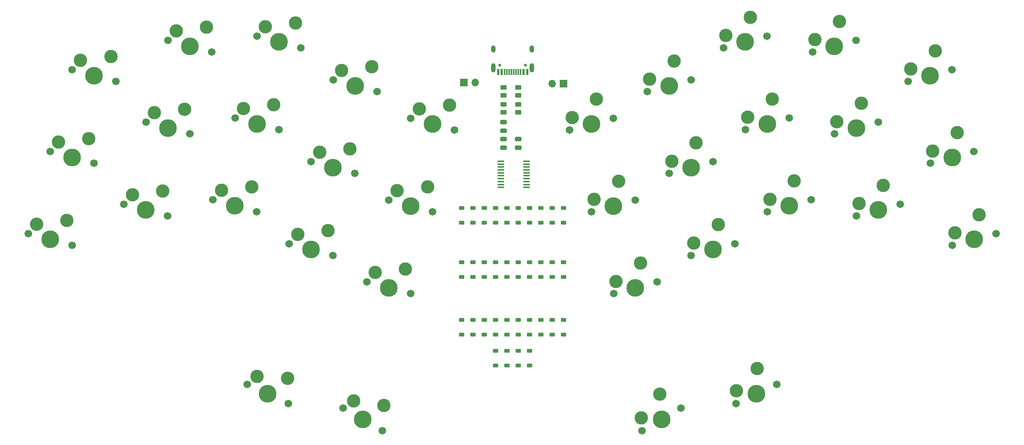
<source format=gbr>
%TF.GenerationSoftware,KiCad,Pcbnew,7.0.1*%
%TF.CreationDate,2024-01-05T17:15:02-05:00*%
%TF.ProjectId,ch55p34,63683535-7033-4342-9e6b-696361645f70,rev?*%
%TF.SameCoordinates,Original*%
%TF.FileFunction,Soldermask,Top*%
%TF.FilePolarity,Negative*%
%FSLAX46Y46*%
G04 Gerber Fmt 4.6, Leading zero omitted, Abs format (unit mm)*
G04 Created by KiCad (PCBNEW 7.0.1) date 2024-01-05 17:15:02*
%MOMM*%
%LPD*%
G01*
G04 APERTURE LIST*
G04 Aperture macros list*
%AMRoundRect*
0 Rectangle with rounded corners*
0 $1 Rounding radius*
0 $2 $3 $4 $5 $6 $7 $8 $9 X,Y pos of 4 corners*
0 Add a 4 corners polygon primitive as box body*
4,1,4,$2,$3,$4,$5,$6,$7,$8,$9,$2,$3,0*
0 Add four circle primitives for the rounded corners*
1,1,$1+$1,$2,$3*
1,1,$1+$1,$4,$5*
1,1,$1+$1,$6,$7*
1,1,$1+$1,$8,$9*
0 Add four rect primitives between the rounded corners*
20,1,$1+$1,$2,$3,$4,$5,0*
20,1,$1+$1,$4,$5,$6,$7,0*
20,1,$1+$1,$6,$7,$8,$9,0*
20,1,$1+$1,$8,$9,$2,$3,0*%
G04 Aperture macros list end*
%ADD10C,1.701800*%
%ADD11C,3.000000*%
%ADD12C,3.987800*%
%ADD13RoundRect,0.100000X-0.637500X-0.100000X0.637500X-0.100000X0.637500X0.100000X-0.637500X0.100000X0*%
%ADD14RoundRect,0.250000X-0.450000X0.262500X-0.450000X-0.262500X0.450000X-0.262500X0.450000X0.262500X0*%
%ADD15O,1.700000X1.700000*%
%ADD16R,1.700000X1.700000*%
%ADD17O,1.000000X1.600000*%
%ADD18O,1.000000X2.100000*%
%ADD19R,0.600000X1.450000*%
%ADD20R,0.300000X1.450000*%
%ADD21C,0.650000*%
%ADD22RoundRect,0.225000X0.375000X-0.225000X0.375000X0.225000X-0.375000X0.225000X-0.375000X-0.225000X0*%
%ADD23RoundRect,0.250000X-0.475000X0.250000X-0.475000X-0.250000X0.475000X-0.250000X0.475000X0.250000X0*%
G04 APERTURE END LIST*
D10*
%TO.C,SW34*%
X206037133Y-116082673D03*
D11*
X206114694Y-113243926D03*
D12*
X210641177Y-113935772D03*
D11*
X210796298Y-108258278D03*
D10*
X215245221Y-111788871D03*
%TD*%
%TO.C,SW33*%
X184943103Y-122182732D03*
D11*
X184772955Y-119348027D03*
D12*
X189342512Y-119642732D03*
D11*
X189002217Y-113973323D03*
D10*
X193741921Y-117102732D03*
%TD*%
%TO.C,SW32*%
X117916079Y-117102732D03*
D11*
X120285931Y-115538027D03*
D12*
X122315488Y-119642732D03*
D11*
X127055193Y-116513323D03*
D10*
X126714897Y-122182732D03*
%TD*%
%TO.C,SW31*%
X96412779Y-111788872D03*
D11*
X98637241Y-110023576D03*
D12*
X101016823Y-113935773D03*
D11*
X105465746Y-110405180D03*
D10*
X105620867Y-116082674D03*
%TD*%
%TO.C,SW30*%
X254560138Y-80524239D03*
D11*
X255129463Y-77742087D03*
D12*
X259467041Y-79209438D03*
D11*
X260605692Y-73645134D03*
D10*
X264373944Y-77894637D03*
%TD*%
%TO.C,SW29*%
X233069469Y-73923519D03*
D11*
X233638794Y-71141367D03*
D12*
X237976372Y-72608718D03*
D11*
X239115023Y-67044414D03*
D10*
X242883275Y-71293917D03*
%TD*%
%TO.C,SW28*%
X213090821Y-72965738D03*
D11*
X213660146Y-70183586D03*
D12*
X217997724Y-71650937D03*
D11*
X219136375Y-66086633D03*
D10*
X222904627Y-70336136D03*
%TD*%
%TO.C,SW27*%
X196004735Y-82803144D03*
D11*
X196574060Y-80020992D03*
D12*
X200911638Y-81488343D03*
D11*
X202050289Y-75924039D03*
D10*
X205818541Y-80173542D03*
%TD*%
%TO.C,SW26*%
X178589949Y-91413824D03*
D11*
X179159274Y-88631672D03*
D12*
X183496852Y-90099023D03*
D11*
X184635503Y-84534719D03*
D10*
X188403755Y-88784222D03*
%TD*%
%TO.C,SW25*%
X123254245Y-88784222D03*
D11*
X125138371Y-86659471D03*
D12*
X128161148Y-90099023D03*
D11*
X131929400Y-85849520D03*
D10*
X133068051Y-91413824D03*
%TD*%
%TO.C,SW24*%
X105839459Y-80173542D03*
D11*
X107723585Y-78048791D03*
D12*
X110746362Y-81488343D03*
D11*
X114514614Y-77238840D03*
D10*
X115653265Y-82803144D03*
%TD*%
%TO.C,SW23*%
X88753373Y-70336136D03*
D11*
X90637499Y-68211385D03*
D12*
X93660276Y-71650937D03*
D11*
X97428528Y-67401434D03*
D10*
X98567179Y-72965738D03*
%TD*%
%TO.C,SW22*%
X68774725Y-71293917D03*
D11*
X70658851Y-69169166D03*
D12*
X73681628Y-72608718D03*
D11*
X77449880Y-68359215D03*
D10*
X78588531Y-73923519D03*
%TD*%
%TO.C,SW21*%
X47284056Y-77894637D03*
D11*
X49168182Y-75769886D03*
D12*
X52190959Y-79209438D03*
D11*
X55959211Y-74959935D03*
D10*
X57097862Y-80524239D03*
%TD*%
%TO.C,SW20*%
X249629635Y-62123352D03*
D11*
X250198960Y-59341200D03*
D12*
X254536538Y-60808551D03*
D11*
X255675189Y-55244247D03*
D10*
X259443441Y-59493750D03*
%TD*%
%TO.C,SW19*%
X228138966Y-55522632D03*
D11*
X228708291Y-52740480D03*
D12*
X233045869Y-54207831D03*
D11*
X234184520Y-48643527D03*
D10*
X237952772Y-52893030D03*
%TD*%
%TO.C,SW18*%
X208160319Y-54564851D03*
D11*
X208729644Y-51782699D03*
D12*
X213067222Y-53250050D03*
D11*
X214205873Y-47685746D03*
D10*
X217974125Y-51935249D03*
%TD*%
%TO.C,SW17*%
X191074232Y-64402257D03*
D11*
X191643557Y-61620105D03*
D12*
X195981135Y-63087456D03*
D11*
X197119786Y-57523152D03*
D10*
X200888038Y-61772655D03*
%TD*%
%TO.C,SW16*%
X173659446Y-73012937D03*
D11*
X174228771Y-70230785D03*
D12*
X178566349Y-71698136D03*
D11*
X179705000Y-66133832D03*
D10*
X183473252Y-70383335D03*
%TD*%
%TO.C,SW15*%
X128184748Y-70383335D03*
D11*
X130068874Y-68258584D03*
D12*
X133091651Y-71698136D03*
D11*
X136859903Y-67448633D03*
D10*
X137998554Y-73012937D03*
%TD*%
%TO.C,SW14*%
X110769962Y-61772655D03*
D11*
X112654088Y-59647904D03*
D12*
X115676865Y-63087456D03*
D11*
X119445117Y-58837953D03*
D10*
X120583768Y-64402257D03*
%TD*%
%TO.C,SW13*%
X93683875Y-51935249D03*
D11*
X95568001Y-49810498D03*
D12*
X98590778Y-53250050D03*
D11*
X102359030Y-49000547D03*
D10*
X103497681Y-54564851D03*
%TD*%
%TO.C,SW12*%
X73705227Y-52893030D03*
D11*
X75589353Y-50768279D03*
D12*
X78612130Y-54207831D03*
D11*
X82380382Y-49958328D03*
D10*
X83519033Y-55522632D03*
%TD*%
%TO.C,SW11*%
X52214559Y-59493750D03*
D11*
X54098685Y-57368999D03*
D12*
X57121462Y-60808551D03*
D11*
X60889714Y-56559048D03*
D10*
X62028365Y-62123352D03*
%TD*%
%TO.C,SW10*%
X244699132Y-43722465D03*
D11*
X245268457Y-40940313D03*
D12*
X249606035Y-42407664D03*
D11*
X250744686Y-36843360D03*
D10*
X254512938Y-41092863D03*
%TD*%
%TO.C,SW9*%
X223208464Y-37121745D03*
D11*
X223777789Y-34339593D03*
D12*
X228115367Y-35806944D03*
D11*
X229254018Y-30242640D03*
D10*
X233022270Y-34492143D03*
%TD*%
%TO.C,SW8*%
X203229816Y-36163964D03*
D11*
X203799141Y-33381812D03*
D12*
X208136719Y-34849163D03*
D11*
X209275370Y-29284859D03*
D10*
X213043622Y-33534362D03*
%TD*%
%TO.C,SW7*%
X186143730Y-46001370D03*
D11*
X186713055Y-43219218D03*
D12*
X191050633Y-44686569D03*
D11*
X192189284Y-39122265D03*
D10*
X195957536Y-43371768D03*
%TD*%
%TO.C,SW6*%
X168728943Y-54612050D03*
D11*
X169298268Y-51829898D03*
D12*
X173635846Y-53297249D03*
D11*
X174774497Y-47732945D03*
D10*
X178542749Y-51982448D03*
%TD*%
%TO.C,SW5*%
X133115251Y-51982448D03*
D11*
X134999377Y-49857697D03*
D12*
X138022154Y-53297249D03*
D11*
X141790406Y-49047746D03*
D10*
X142929057Y-54612050D03*
%TD*%
%TO.C,SW4*%
X115700464Y-43371768D03*
D11*
X117584590Y-41247017D03*
D12*
X120607367Y-44686569D03*
D11*
X124375619Y-40437066D03*
D10*
X125514270Y-46001370D03*
%TD*%
%TO.C,SW3*%
X98614378Y-33534362D03*
D11*
X100498504Y-31409611D03*
D12*
X103521281Y-34849163D03*
D11*
X107289533Y-30599660D03*
D10*
X108428184Y-36163964D03*
%TD*%
%TO.C,SW2*%
X78635730Y-34492143D03*
D11*
X80519856Y-32367392D03*
D12*
X83542633Y-35806944D03*
D11*
X87310885Y-31557441D03*
D10*
X88449536Y-37121745D03*
%TD*%
%TO.C,SW1*%
X57145062Y-41092863D03*
D11*
X59029188Y-38968112D03*
D12*
X62051965Y-42407664D03*
D11*
X65820217Y-38158161D03*
D10*
X66958868Y-43722465D03*
%TD*%
D13*
%TO.C,U1*%
X153315500Y-61669000D03*
X153315500Y-62319000D03*
X153315500Y-62969000D03*
X153315500Y-63619000D03*
X153315500Y-64269000D03*
X153315500Y-64919000D03*
X153315500Y-65569000D03*
X153315500Y-66219000D03*
X153315500Y-66869000D03*
X153315500Y-67519000D03*
X159040500Y-67519000D03*
X159040500Y-66869000D03*
X159040500Y-66219000D03*
X159040500Y-65569000D03*
X159040500Y-64919000D03*
X159040500Y-64269000D03*
X159040500Y-63619000D03*
X159040500Y-62969000D03*
X159040500Y-62319000D03*
X159040500Y-61669000D03*
%TD*%
D14*
%TO.C,R4*%
X157226000Y-50696500D03*
X157226000Y-48871500D03*
%TD*%
%TO.C,R3*%
X153924000Y-50696500D03*
X153924000Y-48871500D03*
%TD*%
%TO.C,R2*%
X157226000Y-46886500D03*
X157226000Y-45061500D03*
%TD*%
%TO.C,R1*%
X153924000Y-46886500D03*
X153924000Y-45061500D03*
%TD*%
D15*
%TO.C,J3*%
X147569000Y-43942000D03*
D16*
X145029000Y-43942000D03*
%TD*%
%TO.C,J2*%
X167391000Y-44196000D03*
D15*
X164851000Y-44196000D03*
%TD*%
D17*
%TO.C,J1*%
X151634000Y-36460000D03*
D18*
X151634000Y-40640000D03*
X160274000Y-40640000D03*
D17*
X160274000Y-36460000D03*
D19*
X159204000Y-41555000D03*
X158404000Y-41555000D03*
D20*
X157704000Y-41555000D03*
X156704000Y-41555000D03*
X155204000Y-41555000D03*
X154204000Y-41555000D03*
D19*
X153504000Y-41555000D03*
X152704000Y-41555000D03*
X152704000Y-41555000D03*
X153504000Y-41555000D03*
D20*
X154704000Y-41555000D03*
X155704000Y-41555000D03*
X156204000Y-41555000D03*
X157204000Y-41555000D03*
D19*
X158404000Y-41555000D03*
X159204000Y-41555000D03*
D21*
X158844000Y-40110000D03*
X153064000Y-40110000D03*
%TD*%
D22*
%TO.C,D34*%
X159766000Y-107568000D03*
X159766000Y-104268000D03*
%TD*%
%TO.C,D33*%
X157226000Y-107568000D03*
X157226000Y-104268000D03*
%TD*%
%TO.C,D32*%
X154686000Y-107568000D03*
X154686000Y-104268000D03*
%TD*%
%TO.C,D31*%
X152146000Y-107568000D03*
X152146000Y-104268000D03*
%TD*%
%TO.C,D30*%
X167386000Y-100584000D03*
X167386000Y-97284000D03*
%TD*%
%TO.C,D29*%
X164846000Y-100584000D03*
X164846000Y-97284000D03*
%TD*%
%TO.C,D28*%
X162306000Y-100584000D03*
X162306000Y-97284000D03*
%TD*%
%TO.C,D27*%
X159766000Y-100584000D03*
X159766000Y-97284000D03*
%TD*%
%TO.C,D26*%
X157226000Y-97284000D03*
X157226000Y-100584000D03*
%TD*%
%TO.C,D25*%
X154686000Y-97284000D03*
X154686000Y-100584000D03*
%TD*%
%TO.C,D24*%
X152146000Y-97284000D03*
X152146000Y-100584000D03*
%TD*%
%TO.C,D23*%
X149606000Y-97284000D03*
X149606000Y-100584000D03*
%TD*%
%TO.C,D22*%
X147066000Y-97284000D03*
X147066000Y-100584000D03*
%TD*%
%TO.C,D21*%
X144526000Y-97284000D03*
X144526000Y-100584000D03*
%TD*%
%TO.C,D20*%
X167386000Y-84328000D03*
X167386000Y-87628000D03*
%TD*%
%TO.C,D19*%
X164846000Y-84328000D03*
X164846000Y-87628000D03*
%TD*%
%TO.C,D18*%
X162306000Y-84328000D03*
X162306000Y-87628000D03*
%TD*%
%TO.C,D17*%
X159766000Y-84328000D03*
X159766000Y-87628000D03*
%TD*%
%TO.C,D16*%
X157226000Y-84328000D03*
X157226000Y-87628000D03*
%TD*%
%TO.C,D15*%
X154686000Y-84328000D03*
X154686000Y-87628000D03*
%TD*%
%TO.C,D14*%
X152146000Y-84328000D03*
X152146000Y-87628000D03*
%TD*%
%TO.C,D13*%
X149606000Y-84328000D03*
X149606000Y-87628000D03*
%TD*%
%TO.C,D12*%
X147066000Y-84328000D03*
X147066000Y-87628000D03*
%TD*%
%TO.C,D11*%
X144526000Y-84328000D03*
X144526000Y-87628000D03*
%TD*%
%TO.C,D10*%
X167386000Y-75436000D03*
X167386000Y-72136000D03*
%TD*%
%TO.C,D9*%
X164846000Y-75436000D03*
X164846000Y-72136000D03*
%TD*%
%TO.C,D8*%
X162306000Y-75436000D03*
X162306000Y-72136000D03*
%TD*%
%TO.C,D7*%
X159766000Y-75436000D03*
X159766000Y-72136000D03*
%TD*%
%TO.C,D6*%
X157226000Y-75436000D03*
X157226000Y-72136000D03*
%TD*%
%TO.C,D5*%
X154686000Y-75436000D03*
X154686000Y-72136000D03*
%TD*%
%TO.C,D4*%
X152146000Y-75436000D03*
X152146000Y-72136000D03*
%TD*%
%TO.C,D3*%
X149606000Y-72136000D03*
X149606000Y-75436000D03*
%TD*%
%TO.C,D2*%
X147066000Y-72136000D03*
X147066000Y-75436000D03*
%TD*%
%TO.C,D1*%
X144526000Y-72136000D03*
X144526000Y-75436000D03*
%TD*%
D23*
%TO.C,C3*%
X153924000Y-58608000D03*
X153924000Y-56708000D03*
%TD*%
%TO.C,C2*%
X157226000Y-58608000D03*
X157226000Y-56708000D03*
%TD*%
%TO.C,C1*%
X153924000Y-54798000D03*
X153924000Y-52898000D03*
%TD*%
M02*

</source>
